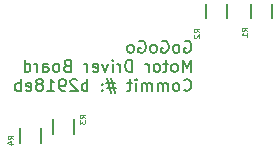
<source format=gbo>
G04 #@! TF.FileFunction,Legend,Bot*
%FSLAX46Y46*%
G04 Gerber Fmt 4.6, Leading zero omitted, Abs format (unit mm)*
G04 Created by KiCad (PCBNEW 0.201509151501+6198~30~ubuntu14.04.1-product) date Sun 04 Oct 2015 11:46:26 PM EDT*
%MOMM*%
G01*
G04 APERTURE LIST*
%ADD10C,0.100000*%
%ADD11C,0.203200*%
%ADD12C,0.150000*%
%ADD13C,0.685800*%
%ADD14R,2.032000X1.727200*%
%ADD15O,2.032000X1.727200*%
%ADD16R,2.032000X2.032000*%
%ADD17O,2.032000X2.032000*%
%ADD18R,1.300000X1.500000*%
%ADD19R,1.727200X2.032000*%
%ADD20O,1.727200X2.032000*%
G04 APERTURE END LIST*
D10*
D11*
X169024905Y-117246400D02*
X169121667Y-117198019D01*
X169266810Y-117198019D01*
X169411952Y-117246400D01*
X169508714Y-117343162D01*
X169557095Y-117439924D01*
X169605476Y-117633448D01*
X169605476Y-117778590D01*
X169557095Y-117972114D01*
X169508714Y-118068876D01*
X169411952Y-118165638D01*
X169266810Y-118214019D01*
X169170048Y-118214019D01*
X169024905Y-118165638D01*
X168976524Y-118117257D01*
X168976524Y-117778590D01*
X169170048Y-117778590D01*
X168395952Y-118214019D02*
X168492714Y-118165638D01*
X168541095Y-118117257D01*
X168589476Y-118020495D01*
X168589476Y-117730210D01*
X168541095Y-117633448D01*
X168492714Y-117585067D01*
X168395952Y-117536686D01*
X168250810Y-117536686D01*
X168154048Y-117585067D01*
X168105667Y-117633448D01*
X168057286Y-117730210D01*
X168057286Y-118020495D01*
X168105667Y-118117257D01*
X168154048Y-118165638D01*
X168250810Y-118214019D01*
X168395952Y-118214019D01*
X167089667Y-117246400D02*
X167186429Y-117198019D01*
X167331572Y-117198019D01*
X167476714Y-117246400D01*
X167573476Y-117343162D01*
X167621857Y-117439924D01*
X167670238Y-117633448D01*
X167670238Y-117778590D01*
X167621857Y-117972114D01*
X167573476Y-118068876D01*
X167476714Y-118165638D01*
X167331572Y-118214019D01*
X167234810Y-118214019D01*
X167089667Y-118165638D01*
X167041286Y-118117257D01*
X167041286Y-117778590D01*
X167234810Y-117778590D01*
X166460714Y-118214019D02*
X166557476Y-118165638D01*
X166605857Y-118117257D01*
X166654238Y-118020495D01*
X166654238Y-117730210D01*
X166605857Y-117633448D01*
X166557476Y-117585067D01*
X166460714Y-117536686D01*
X166315572Y-117536686D01*
X166218810Y-117585067D01*
X166170429Y-117633448D01*
X166122048Y-117730210D01*
X166122048Y-118020495D01*
X166170429Y-118117257D01*
X166218810Y-118165638D01*
X166315572Y-118214019D01*
X166460714Y-118214019D01*
X165154429Y-117246400D02*
X165251191Y-117198019D01*
X165396334Y-117198019D01*
X165541476Y-117246400D01*
X165638238Y-117343162D01*
X165686619Y-117439924D01*
X165735000Y-117633448D01*
X165735000Y-117778590D01*
X165686619Y-117972114D01*
X165638238Y-118068876D01*
X165541476Y-118165638D01*
X165396334Y-118214019D01*
X165299572Y-118214019D01*
X165154429Y-118165638D01*
X165106048Y-118117257D01*
X165106048Y-117778590D01*
X165299572Y-117778590D01*
X164525476Y-118214019D02*
X164622238Y-118165638D01*
X164670619Y-118117257D01*
X164719000Y-118020495D01*
X164719000Y-117730210D01*
X164670619Y-117633448D01*
X164622238Y-117585067D01*
X164525476Y-117536686D01*
X164380334Y-117536686D01*
X164283572Y-117585067D01*
X164235191Y-117633448D01*
X164186810Y-117730210D01*
X164186810Y-118020495D01*
X164235191Y-118117257D01*
X164283572Y-118165638D01*
X164380334Y-118214019D01*
X164525476Y-118214019D01*
X169557095Y-119839619D02*
X169557095Y-118823619D01*
X169218429Y-119549333D01*
X168879762Y-118823619D01*
X168879762Y-119839619D01*
X168250809Y-119839619D02*
X168347571Y-119791238D01*
X168395952Y-119742857D01*
X168444333Y-119646095D01*
X168444333Y-119355810D01*
X168395952Y-119259048D01*
X168347571Y-119210667D01*
X168250809Y-119162286D01*
X168105667Y-119162286D01*
X168008905Y-119210667D01*
X167960524Y-119259048D01*
X167912143Y-119355810D01*
X167912143Y-119646095D01*
X167960524Y-119742857D01*
X168008905Y-119791238D01*
X168105667Y-119839619D01*
X168250809Y-119839619D01*
X167621857Y-119162286D02*
X167234809Y-119162286D01*
X167476714Y-118823619D02*
X167476714Y-119694476D01*
X167428333Y-119791238D01*
X167331571Y-119839619D01*
X167234809Y-119839619D01*
X166751000Y-119839619D02*
X166847762Y-119791238D01*
X166896143Y-119742857D01*
X166944524Y-119646095D01*
X166944524Y-119355810D01*
X166896143Y-119259048D01*
X166847762Y-119210667D01*
X166751000Y-119162286D01*
X166605858Y-119162286D01*
X166509096Y-119210667D01*
X166460715Y-119259048D01*
X166412334Y-119355810D01*
X166412334Y-119646095D01*
X166460715Y-119742857D01*
X166509096Y-119791238D01*
X166605858Y-119839619D01*
X166751000Y-119839619D01*
X165976905Y-119839619D02*
X165976905Y-119162286D01*
X165976905Y-119355810D02*
X165928524Y-119259048D01*
X165880143Y-119210667D01*
X165783381Y-119162286D01*
X165686620Y-119162286D01*
X164573858Y-119839619D02*
X164573858Y-118823619D01*
X164331953Y-118823619D01*
X164186811Y-118872000D01*
X164090049Y-118968762D01*
X164041668Y-119065524D01*
X163993287Y-119259048D01*
X163993287Y-119404190D01*
X164041668Y-119597714D01*
X164090049Y-119694476D01*
X164186811Y-119791238D01*
X164331953Y-119839619D01*
X164573858Y-119839619D01*
X163557858Y-119839619D02*
X163557858Y-119162286D01*
X163557858Y-119355810D02*
X163509477Y-119259048D01*
X163461096Y-119210667D01*
X163364334Y-119162286D01*
X163267573Y-119162286D01*
X162928906Y-119839619D02*
X162928906Y-119162286D01*
X162928906Y-118823619D02*
X162977287Y-118872000D01*
X162928906Y-118920381D01*
X162880525Y-118872000D01*
X162928906Y-118823619D01*
X162928906Y-118920381D01*
X162541858Y-119162286D02*
X162299953Y-119839619D01*
X162058049Y-119162286D01*
X161283954Y-119791238D02*
X161380716Y-119839619D01*
X161574239Y-119839619D01*
X161671001Y-119791238D01*
X161719382Y-119694476D01*
X161719382Y-119307429D01*
X161671001Y-119210667D01*
X161574239Y-119162286D01*
X161380716Y-119162286D01*
X161283954Y-119210667D01*
X161235573Y-119307429D01*
X161235573Y-119404190D01*
X161719382Y-119500952D01*
X160800144Y-119839619D02*
X160800144Y-119162286D01*
X160800144Y-119355810D02*
X160751763Y-119259048D01*
X160703382Y-119210667D01*
X160606620Y-119162286D01*
X160509859Y-119162286D01*
X159058431Y-119307429D02*
X158913288Y-119355810D01*
X158864907Y-119404190D01*
X158816526Y-119500952D01*
X158816526Y-119646095D01*
X158864907Y-119742857D01*
X158913288Y-119791238D01*
X159010050Y-119839619D01*
X159397097Y-119839619D01*
X159397097Y-118823619D01*
X159058431Y-118823619D01*
X158961669Y-118872000D01*
X158913288Y-118920381D01*
X158864907Y-119017143D01*
X158864907Y-119113905D01*
X158913288Y-119210667D01*
X158961669Y-119259048D01*
X159058431Y-119307429D01*
X159397097Y-119307429D01*
X158235954Y-119839619D02*
X158332716Y-119791238D01*
X158381097Y-119742857D01*
X158429478Y-119646095D01*
X158429478Y-119355810D01*
X158381097Y-119259048D01*
X158332716Y-119210667D01*
X158235954Y-119162286D01*
X158090812Y-119162286D01*
X157994050Y-119210667D01*
X157945669Y-119259048D01*
X157897288Y-119355810D01*
X157897288Y-119646095D01*
X157945669Y-119742857D01*
X157994050Y-119791238D01*
X158090812Y-119839619D01*
X158235954Y-119839619D01*
X157026431Y-119839619D02*
X157026431Y-119307429D01*
X157074812Y-119210667D01*
X157171574Y-119162286D01*
X157365097Y-119162286D01*
X157461859Y-119210667D01*
X157026431Y-119791238D02*
X157123193Y-119839619D01*
X157365097Y-119839619D01*
X157461859Y-119791238D01*
X157510240Y-119694476D01*
X157510240Y-119597714D01*
X157461859Y-119500952D01*
X157365097Y-119452571D01*
X157123193Y-119452571D01*
X157026431Y-119404190D01*
X156542621Y-119839619D02*
X156542621Y-119162286D01*
X156542621Y-119355810D02*
X156494240Y-119259048D01*
X156445859Y-119210667D01*
X156349097Y-119162286D01*
X156252336Y-119162286D01*
X155478241Y-119839619D02*
X155478241Y-118823619D01*
X155478241Y-119791238D02*
X155575003Y-119839619D01*
X155768526Y-119839619D01*
X155865288Y-119791238D01*
X155913669Y-119742857D01*
X155962050Y-119646095D01*
X155962050Y-119355810D01*
X155913669Y-119259048D01*
X155865288Y-119210667D01*
X155768526Y-119162286D01*
X155575003Y-119162286D01*
X155478241Y-119210667D01*
X168976524Y-121368457D02*
X169024905Y-121416838D01*
X169170048Y-121465219D01*
X169266810Y-121465219D01*
X169411952Y-121416838D01*
X169508714Y-121320076D01*
X169557095Y-121223314D01*
X169605476Y-121029790D01*
X169605476Y-120884648D01*
X169557095Y-120691124D01*
X169508714Y-120594362D01*
X169411952Y-120497600D01*
X169266810Y-120449219D01*
X169170048Y-120449219D01*
X169024905Y-120497600D01*
X168976524Y-120545981D01*
X168395952Y-121465219D02*
X168492714Y-121416838D01*
X168541095Y-121368457D01*
X168589476Y-121271695D01*
X168589476Y-120981410D01*
X168541095Y-120884648D01*
X168492714Y-120836267D01*
X168395952Y-120787886D01*
X168250810Y-120787886D01*
X168154048Y-120836267D01*
X168105667Y-120884648D01*
X168057286Y-120981410D01*
X168057286Y-121271695D01*
X168105667Y-121368457D01*
X168154048Y-121416838D01*
X168250810Y-121465219D01*
X168395952Y-121465219D01*
X167621857Y-121465219D02*
X167621857Y-120787886D01*
X167621857Y-120884648D02*
X167573476Y-120836267D01*
X167476714Y-120787886D01*
X167331572Y-120787886D01*
X167234810Y-120836267D01*
X167186429Y-120933029D01*
X167186429Y-121465219D01*
X167186429Y-120933029D02*
X167138048Y-120836267D01*
X167041286Y-120787886D01*
X166896143Y-120787886D01*
X166799381Y-120836267D01*
X166751000Y-120933029D01*
X166751000Y-121465219D01*
X166267190Y-121465219D02*
X166267190Y-120787886D01*
X166267190Y-120884648D02*
X166218809Y-120836267D01*
X166122047Y-120787886D01*
X165976905Y-120787886D01*
X165880143Y-120836267D01*
X165831762Y-120933029D01*
X165831762Y-121465219D01*
X165831762Y-120933029D02*
X165783381Y-120836267D01*
X165686619Y-120787886D01*
X165541476Y-120787886D01*
X165444714Y-120836267D01*
X165396333Y-120933029D01*
X165396333Y-121465219D01*
X164912523Y-121465219D02*
X164912523Y-120787886D01*
X164912523Y-120449219D02*
X164960904Y-120497600D01*
X164912523Y-120545981D01*
X164864142Y-120497600D01*
X164912523Y-120449219D01*
X164912523Y-120545981D01*
X164573856Y-120787886D02*
X164186808Y-120787886D01*
X164428713Y-120449219D02*
X164428713Y-121320076D01*
X164380332Y-121416838D01*
X164283570Y-121465219D01*
X164186808Y-121465219D01*
X163122428Y-120787886D02*
X162396714Y-120787886D01*
X162832142Y-120352457D02*
X163122428Y-121658743D01*
X162493476Y-121223314D02*
X163219190Y-121223314D01*
X162783762Y-121658743D02*
X162493476Y-120352457D01*
X162058047Y-121368457D02*
X162009666Y-121416838D01*
X162058047Y-121465219D01*
X162106428Y-121416838D01*
X162058047Y-121368457D01*
X162058047Y-121465219D01*
X162058047Y-120836267D02*
X162009666Y-120884648D01*
X162058047Y-120933029D01*
X162106428Y-120884648D01*
X162058047Y-120836267D01*
X162058047Y-120933029D01*
X160800142Y-121465219D02*
X160800142Y-120449219D01*
X160800142Y-120836267D02*
X160703380Y-120787886D01*
X160509857Y-120787886D01*
X160413095Y-120836267D01*
X160364714Y-120884648D01*
X160316333Y-120981410D01*
X160316333Y-121271695D01*
X160364714Y-121368457D01*
X160413095Y-121416838D01*
X160509857Y-121465219D01*
X160703380Y-121465219D01*
X160800142Y-121416838D01*
X159929285Y-120545981D02*
X159880904Y-120497600D01*
X159784142Y-120449219D01*
X159542238Y-120449219D01*
X159445476Y-120497600D01*
X159397095Y-120545981D01*
X159348714Y-120642743D01*
X159348714Y-120739505D01*
X159397095Y-120884648D01*
X159977666Y-121465219D01*
X159348714Y-121465219D01*
X158864904Y-121465219D02*
X158671380Y-121465219D01*
X158574619Y-121416838D01*
X158526238Y-121368457D01*
X158429476Y-121223314D01*
X158381095Y-121029790D01*
X158381095Y-120642743D01*
X158429476Y-120545981D01*
X158477857Y-120497600D01*
X158574619Y-120449219D01*
X158768142Y-120449219D01*
X158864904Y-120497600D01*
X158913285Y-120545981D01*
X158961666Y-120642743D01*
X158961666Y-120884648D01*
X158913285Y-120981410D01*
X158864904Y-121029790D01*
X158768142Y-121078171D01*
X158574619Y-121078171D01*
X158477857Y-121029790D01*
X158429476Y-120981410D01*
X158381095Y-120884648D01*
X157413476Y-121465219D02*
X157994047Y-121465219D01*
X157703761Y-121465219D02*
X157703761Y-120449219D01*
X157800523Y-120594362D01*
X157897285Y-120691124D01*
X157994047Y-120739505D01*
X156832904Y-120884648D02*
X156929666Y-120836267D01*
X156978047Y-120787886D01*
X157026428Y-120691124D01*
X157026428Y-120642743D01*
X156978047Y-120545981D01*
X156929666Y-120497600D01*
X156832904Y-120449219D01*
X156639381Y-120449219D01*
X156542619Y-120497600D01*
X156494238Y-120545981D01*
X156445857Y-120642743D01*
X156445857Y-120691124D01*
X156494238Y-120787886D01*
X156542619Y-120836267D01*
X156639381Y-120884648D01*
X156832904Y-120884648D01*
X156929666Y-120933029D01*
X156978047Y-120981410D01*
X157026428Y-121078171D01*
X157026428Y-121271695D01*
X156978047Y-121368457D01*
X156929666Y-121416838D01*
X156832904Y-121465219D01*
X156639381Y-121465219D01*
X156542619Y-121416838D01*
X156494238Y-121368457D01*
X156445857Y-121271695D01*
X156445857Y-121078171D01*
X156494238Y-120981410D01*
X156542619Y-120933029D01*
X156639381Y-120884648D01*
X155623381Y-121416838D02*
X155720143Y-121465219D01*
X155913666Y-121465219D01*
X156010428Y-121416838D01*
X156058809Y-121320076D01*
X156058809Y-120933029D01*
X156010428Y-120836267D01*
X155913666Y-120787886D01*
X155720143Y-120787886D01*
X155623381Y-120836267D01*
X155575000Y-120933029D01*
X155575000Y-121029790D01*
X156058809Y-121126552D01*
X155139571Y-121465219D02*
X155139571Y-120449219D01*
X155139571Y-120836267D02*
X155042809Y-120787886D01*
X154849286Y-120787886D01*
X154752524Y-120836267D01*
X154704143Y-120884648D01*
X154655762Y-120981410D01*
X154655762Y-121271695D01*
X154704143Y-121368457D01*
X154752524Y-121416838D01*
X154849286Y-121465219D01*
X155042809Y-121465219D01*
X155139571Y-121416838D01*
D12*
X176389000Y-115281000D02*
X176389000Y-114081000D01*
X174639000Y-114081000D02*
X174639000Y-115281000D01*
X172579000Y-115281000D02*
X172579000Y-114081000D01*
X170829000Y-114081000D02*
X170829000Y-115281000D01*
X159625000Y-125060000D02*
X159625000Y-123860000D01*
X157875000Y-123860000D02*
X157875000Y-125060000D01*
X156831000Y-125822000D02*
X156831000Y-124622000D01*
X155081000Y-124622000D02*
X155081000Y-125822000D01*
D10*
X174343190Y-116375667D02*
X174105095Y-116209000D01*
X174343190Y-116089953D02*
X173843190Y-116089953D01*
X173843190Y-116280429D01*
X173867000Y-116328048D01*
X173890810Y-116351857D01*
X173938429Y-116375667D01*
X174009857Y-116375667D01*
X174057476Y-116351857D01*
X174081286Y-116328048D01*
X174105095Y-116280429D01*
X174105095Y-116089953D01*
X174343190Y-116851857D02*
X174343190Y-116566143D01*
X174343190Y-116709000D02*
X173843190Y-116709000D01*
X173914619Y-116661381D01*
X173962238Y-116613762D01*
X173986048Y-116566143D01*
X170279190Y-116502667D02*
X170041095Y-116336000D01*
X170279190Y-116216953D02*
X169779190Y-116216953D01*
X169779190Y-116407429D01*
X169803000Y-116455048D01*
X169826810Y-116478857D01*
X169874429Y-116502667D01*
X169945857Y-116502667D01*
X169993476Y-116478857D01*
X170017286Y-116455048D01*
X170041095Y-116407429D01*
X170041095Y-116216953D01*
X169826810Y-116693143D02*
X169803000Y-116716953D01*
X169779190Y-116764572D01*
X169779190Y-116883619D01*
X169803000Y-116931238D01*
X169826810Y-116955048D01*
X169874429Y-116978857D01*
X169922048Y-116978857D01*
X169993476Y-116955048D01*
X170279190Y-116669334D01*
X170279190Y-116978857D01*
X160627190Y-123741667D02*
X160389095Y-123575000D01*
X160627190Y-123455953D02*
X160127190Y-123455953D01*
X160127190Y-123646429D01*
X160151000Y-123694048D01*
X160174810Y-123717857D01*
X160222429Y-123741667D01*
X160293857Y-123741667D01*
X160341476Y-123717857D01*
X160365286Y-123694048D01*
X160389095Y-123646429D01*
X160389095Y-123455953D01*
X160127190Y-123908334D02*
X160127190Y-124217857D01*
X160317667Y-124051191D01*
X160317667Y-124122619D01*
X160341476Y-124170238D01*
X160365286Y-124194048D01*
X160412905Y-124217857D01*
X160531952Y-124217857D01*
X160579571Y-124194048D01*
X160603381Y-124170238D01*
X160627190Y-124122619D01*
X160627190Y-123979762D01*
X160603381Y-123932143D01*
X160579571Y-123908334D01*
X154531190Y-125519667D02*
X154293095Y-125353000D01*
X154531190Y-125233953D02*
X154031190Y-125233953D01*
X154031190Y-125424429D01*
X154055000Y-125472048D01*
X154078810Y-125495857D01*
X154126429Y-125519667D01*
X154197857Y-125519667D01*
X154245476Y-125495857D01*
X154269286Y-125472048D01*
X154293095Y-125424429D01*
X154293095Y-125233953D01*
X154197857Y-125948238D02*
X154531190Y-125948238D01*
X154007381Y-125829191D02*
X154364524Y-125710143D01*
X154364524Y-126019667D01*
%LPC*%
D13*
X160147000Y-132461000D03*
X158877000Y-132461000D03*
X157607000Y-132461000D03*
X160147000Y-131191000D03*
X158877000Y-131191000D03*
X157607000Y-131191000D03*
X160147000Y-129921000D03*
X158877000Y-129921000D03*
X157607000Y-129921000D03*
X160147000Y-128651000D03*
X158877000Y-128651000D03*
X157607000Y-128651000D03*
X176149000Y-118745000D03*
X173609000Y-118745000D03*
X167132000Y-127381000D03*
X167132000Y-131064000D03*
X161290000Y-126111000D03*
X171069000Y-131064000D03*
X169799000Y-131064000D03*
X168529000Y-131064000D03*
X174879000Y-118745000D03*
X167132000Y-125984000D03*
X167132000Y-128524000D03*
X167132000Y-129794000D03*
X161290000Y-127254000D03*
X171069000Y-129794000D03*
X169799000Y-129794000D03*
X168529000Y-129794000D03*
X173609000Y-120015000D03*
X162433000Y-127254000D03*
X161290000Y-124968000D03*
X162433000Y-126111000D03*
X162433000Y-124968000D03*
X171069000Y-128524000D03*
X169799000Y-128524000D03*
X168529000Y-128524000D03*
X174879000Y-120015000D03*
X176149000Y-127254000D03*
X174879000Y-127254000D03*
X173609000Y-127254000D03*
X172339000Y-127254000D03*
X171069000Y-127254000D03*
X169799000Y-127254000D03*
X168529000Y-127254000D03*
X176149000Y-120015000D03*
X176149000Y-125984000D03*
X174879000Y-125984000D03*
X173609000Y-125984000D03*
X172339000Y-125984000D03*
X171069000Y-125984000D03*
X169799000Y-125984000D03*
X168529000Y-125984000D03*
X176149000Y-121158000D03*
X176149000Y-124714000D03*
X174879000Y-124714000D03*
X173609000Y-124714000D03*
X172339000Y-124714000D03*
X171069000Y-124714000D03*
X169799000Y-124714000D03*
X168529000Y-124714000D03*
X174879000Y-121031000D03*
X176149000Y-123444000D03*
X174879000Y-123444000D03*
X173609000Y-123444000D03*
X172339000Y-123444000D03*
X171069000Y-123444000D03*
X169799000Y-123444000D03*
X168529000Y-123444000D03*
X173609000Y-121031000D03*
X176149000Y-122174000D03*
X174879000Y-122174000D03*
X173609000Y-122174000D03*
X172339000Y-122174000D03*
X171069000Y-122174000D03*
X169799000Y-122174000D03*
X168529000Y-122174000D03*
X163957000Y-113030000D03*
X161290000Y-115570000D03*
X160020000Y-115570000D03*
X158750000Y-115570000D03*
X157480000Y-115570000D03*
X163957000Y-114046000D03*
X161290000Y-114300000D03*
X160020000Y-114300000D03*
X158750000Y-114300000D03*
X157480000Y-114300000D03*
X162560000Y-113030000D03*
X161290000Y-113030000D03*
X160020000Y-113030000D03*
X158750000Y-113030000D03*
X157480000Y-113030000D03*
X162560000Y-111760000D03*
X161290000Y-111760000D03*
X160020000Y-111760000D03*
X158750000Y-111760000D03*
X157480000Y-111760000D03*
X162560000Y-110490000D03*
X161290000Y-110490000D03*
X160020000Y-110490000D03*
X158750000Y-110490000D03*
D14*
X153289000Y-112776000D03*
D15*
X153289000Y-115316000D03*
X153289000Y-117856000D03*
X153289000Y-120396000D03*
D16*
X162814000Y-129921000D03*
D17*
X165354000Y-129921000D03*
D18*
X175514000Y-113331000D03*
X175514000Y-116031000D03*
X171704000Y-113331000D03*
X171704000Y-116031000D03*
X158750000Y-123110000D03*
X158750000Y-125810000D03*
X155956000Y-123872000D03*
X155956000Y-126572000D03*
D19*
X162179000Y-107696000D03*
D20*
X164719000Y-107696000D03*
X167259000Y-107696000D03*
D13*
X157480000Y-110490000D03*
M02*

</source>
